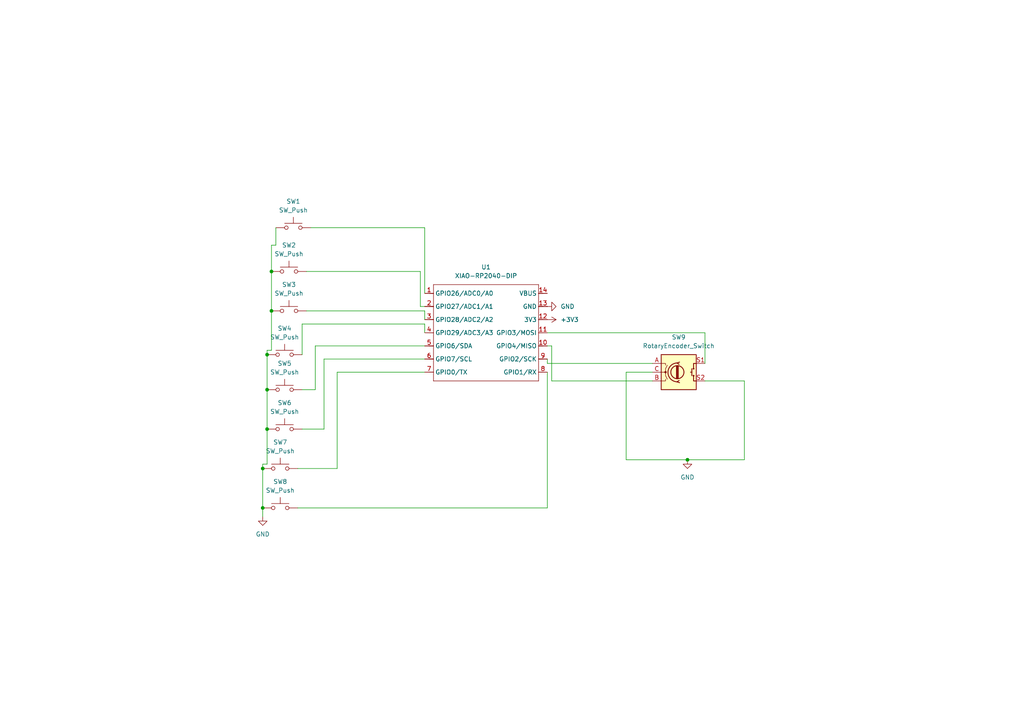
<source format=kicad_sch>
(kicad_sch
	(version 20250114)
	(generator "eeschema")
	(generator_version "9.0")
	(uuid "5bc5f798-3de7-42e2-a4ea-3158a8349c52")
	(paper "A4")
	(lib_symbols
		(symbol "Device:RotaryEncoder_Switch"
			(pin_names
				(offset 0.254)
				(hide yes)
			)
			(exclude_from_sim no)
			(in_bom yes)
			(on_board yes)
			(property "Reference" "SW"
				(at 0 6.604 0)
				(effects
					(font
						(size 1.27 1.27)
					)
				)
			)
			(property "Value" "RotaryEncoder_Switch"
				(at 0 -6.604 0)
				(effects
					(font
						(size 1.27 1.27)
					)
				)
			)
			(property "Footprint" ""
				(at -3.81 4.064 0)
				(effects
					(font
						(size 1.27 1.27)
					)
					(hide yes)
				)
			)
			(property "Datasheet" "~"
				(at 0 6.604 0)
				(effects
					(font
						(size 1.27 1.27)
					)
					(hide yes)
				)
			)
			(property "Description" "Rotary encoder, dual channel, incremental quadrate outputs, with switch"
				(at 0 0 0)
				(effects
					(font
						(size 1.27 1.27)
					)
					(hide yes)
				)
			)
			(property "ki_keywords" "rotary switch encoder switch push button"
				(at 0 0 0)
				(effects
					(font
						(size 1.27 1.27)
					)
					(hide yes)
				)
			)
			(property "ki_fp_filters" "RotaryEncoder*Switch*"
				(at 0 0 0)
				(effects
					(font
						(size 1.27 1.27)
					)
					(hide yes)
				)
			)
			(symbol "RotaryEncoder_Switch_0_1"
				(rectangle
					(start -5.08 5.08)
					(end 5.08 -5.08)
					(stroke
						(width 0.254)
						(type default)
					)
					(fill
						(type background)
					)
				)
				(polyline
					(pts
						(xy -5.08 2.54) (xy -3.81 2.54) (xy -3.81 2.032)
					)
					(stroke
						(width 0)
						(type default)
					)
					(fill
						(type none)
					)
				)
				(polyline
					(pts
						(xy -5.08 0) (xy -3.81 0) (xy -3.81 -1.016) (xy -3.302 -2.032)
					)
					(stroke
						(width 0)
						(type default)
					)
					(fill
						(type none)
					)
				)
				(polyline
					(pts
						(xy -5.08 -2.54) (xy -3.81 -2.54) (xy -3.81 -2.032)
					)
					(stroke
						(width 0)
						(type default)
					)
					(fill
						(type none)
					)
				)
				(polyline
					(pts
						(xy -4.318 0) (xy -3.81 0) (xy -3.81 1.016) (xy -3.302 2.032)
					)
					(stroke
						(width 0)
						(type default)
					)
					(fill
						(type none)
					)
				)
				(circle
					(center -3.81 0)
					(radius 0.254)
					(stroke
						(width 0)
						(type default)
					)
					(fill
						(type outline)
					)
				)
				(polyline
					(pts
						(xy -0.635 -1.778) (xy -0.635 1.778)
					)
					(stroke
						(width 0.254)
						(type default)
					)
					(fill
						(type none)
					)
				)
				(circle
					(center -0.381 0)
					(radius 1.905)
					(stroke
						(width 0.254)
						(type default)
					)
					(fill
						(type none)
					)
				)
				(polyline
					(pts
						(xy -0.381 -1.778) (xy -0.381 1.778)
					)
					(stroke
						(width 0.254)
						(type default)
					)
					(fill
						(type none)
					)
				)
				(arc
					(start -0.381 -2.794)
					(mid -3.0988 -0.0635)
					(end -0.381 2.667)
					(stroke
						(width 0.254)
						(type default)
					)
					(fill
						(type none)
					)
				)
				(polyline
					(pts
						(xy -0.127 1.778) (xy -0.127 -1.778)
					)
					(stroke
						(width 0.254)
						(type default)
					)
					(fill
						(type none)
					)
				)
				(polyline
					(pts
						(xy 0.254 2.921) (xy -0.508 2.667) (xy 0.127 2.286)
					)
					(stroke
						(width 0.254)
						(type default)
					)
					(fill
						(type none)
					)
				)
				(polyline
					(pts
						(xy 0.254 -3.048) (xy -0.508 -2.794) (xy 0.127 -2.413)
					)
					(stroke
						(width 0.254)
						(type default)
					)
					(fill
						(type none)
					)
				)
				(polyline
					(pts
						(xy 3.81 1.016) (xy 3.81 -1.016)
					)
					(stroke
						(width 0.254)
						(type default)
					)
					(fill
						(type none)
					)
				)
				(polyline
					(pts
						(xy 3.81 0) (xy 3.429 0)
					)
					(stroke
						(width 0.254)
						(type default)
					)
					(fill
						(type none)
					)
				)
				(circle
					(center 4.318 1.016)
					(radius 0.127)
					(stroke
						(width 0.254)
						(type default)
					)
					(fill
						(type none)
					)
				)
				(circle
					(center 4.318 -1.016)
					(radius 0.127)
					(stroke
						(width 0.254)
						(type default)
					)
					(fill
						(type none)
					)
				)
				(polyline
					(pts
						(xy 5.08 2.54) (xy 4.318 2.54) (xy 4.318 1.016)
					)
					(stroke
						(width 0.254)
						(type default)
					)
					(fill
						(type none)
					)
				)
				(polyline
					(pts
						(xy 5.08 -2.54) (xy 4.318 -2.54) (xy 4.318 -1.016)
					)
					(stroke
						(width 0.254)
						(type default)
					)
					(fill
						(type none)
					)
				)
			)
			(symbol "RotaryEncoder_Switch_1_1"
				(pin passive line
					(at -7.62 2.54 0)
					(length 2.54)
					(name "A"
						(effects
							(font
								(size 1.27 1.27)
							)
						)
					)
					(number "A"
						(effects
							(font
								(size 1.27 1.27)
							)
						)
					)
				)
				(pin passive line
					(at -7.62 0 0)
					(length 2.54)
					(name "C"
						(effects
							(font
								(size 1.27 1.27)
							)
						)
					)
					(number "C"
						(effects
							(font
								(size 1.27 1.27)
							)
						)
					)
				)
				(pin passive line
					(at -7.62 -2.54 0)
					(length 2.54)
					(name "B"
						(effects
							(font
								(size 1.27 1.27)
							)
						)
					)
					(number "B"
						(effects
							(font
								(size 1.27 1.27)
							)
						)
					)
				)
				(pin passive line
					(at 7.62 2.54 180)
					(length 2.54)
					(name "S1"
						(effects
							(font
								(size 1.27 1.27)
							)
						)
					)
					(number "S1"
						(effects
							(font
								(size 1.27 1.27)
							)
						)
					)
				)
				(pin passive line
					(at 7.62 -2.54 180)
					(length 2.54)
					(name "S2"
						(effects
							(font
								(size 1.27 1.27)
							)
						)
					)
					(number "S2"
						(effects
							(font
								(size 1.27 1.27)
							)
						)
					)
				)
			)
			(embedded_fonts no)
		)
		(symbol "Switch:SW_Push"
			(pin_numbers
				(hide yes)
			)
			(pin_names
				(offset 1.016)
				(hide yes)
			)
			(exclude_from_sim no)
			(in_bom yes)
			(on_board yes)
			(property "Reference" "SW"
				(at 1.27 2.54 0)
				(effects
					(font
						(size 1.27 1.27)
					)
					(justify left)
				)
			)
			(property "Value" "SW_Push"
				(at 0 -1.524 0)
				(effects
					(font
						(size 1.27 1.27)
					)
				)
			)
			(property "Footprint" ""
				(at 0 5.08 0)
				(effects
					(font
						(size 1.27 1.27)
					)
					(hide yes)
				)
			)
			(property "Datasheet" "~"
				(at 0 5.08 0)
				(effects
					(font
						(size 1.27 1.27)
					)
					(hide yes)
				)
			)
			(property "Description" "Push button switch, generic, two pins"
				(at 0 0 0)
				(effects
					(font
						(size 1.27 1.27)
					)
					(hide yes)
				)
			)
			(property "ki_keywords" "switch normally-open pushbutton push-button"
				(at 0 0 0)
				(effects
					(font
						(size 1.27 1.27)
					)
					(hide yes)
				)
			)
			(symbol "SW_Push_0_1"
				(circle
					(center -2.032 0)
					(radius 0.508)
					(stroke
						(width 0)
						(type default)
					)
					(fill
						(type none)
					)
				)
				(polyline
					(pts
						(xy 0 1.27) (xy 0 3.048)
					)
					(stroke
						(width 0)
						(type default)
					)
					(fill
						(type none)
					)
				)
				(circle
					(center 2.032 0)
					(radius 0.508)
					(stroke
						(width 0)
						(type default)
					)
					(fill
						(type none)
					)
				)
				(polyline
					(pts
						(xy 2.54 1.27) (xy -2.54 1.27)
					)
					(stroke
						(width 0)
						(type default)
					)
					(fill
						(type none)
					)
				)
				(pin passive line
					(at -5.08 0 0)
					(length 2.54)
					(name "1"
						(effects
							(font
								(size 1.27 1.27)
							)
						)
					)
					(number "1"
						(effects
							(font
								(size 1.27 1.27)
							)
						)
					)
				)
				(pin passive line
					(at 5.08 0 180)
					(length 2.54)
					(name "2"
						(effects
							(font
								(size 1.27 1.27)
							)
						)
					)
					(number "2"
						(effects
							(font
								(size 1.27 1.27)
							)
						)
					)
				)
			)
			(embedded_fonts no)
		)
		(symbol "XIAO:XIAO-RP2040-DIP"
			(exclude_from_sim no)
			(in_bom yes)
			(on_board yes)
			(property "Reference" "U"
				(at 0 0 0)
				(effects
					(font
						(size 1.27 1.27)
					)
				)
			)
			(property "Value" "XIAO-RP2040-DIP"
				(at 5.334 -1.778 0)
				(effects
					(font
						(size 1.27 1.27)
					)
				)
			)
			(property "Footprint" "Module:MOUDLE14P-XIAO-DIP-SMD"
				(at 14.478 -32.258 0)
				(effects
					(font
						(size 1.27 1.27)
					)
					(hide yes)
				)
			)
			(property "Datasheet" ""
				(at 0 0 0)
				(effects
					(font
						(size 1.27 1.27)
					)
					(hide yes)
				)
			)
			(property "Description" ""
				(at 0 0 0)
				(effects
					(font
						(size 1.27 1.27)
					)
					(hide yes)
				)
			)
			(symbol "XIAO-RP2040-DIP_1_0"
				(polyline
					(pts
						(xy -1.27 -2.54) (xy 29.21 -2.54)
					)
					(stroke
						(width 0.1524)
						(type solid)
					)
					(fill
						(type none)
					)
				)
				(polyline
					(pts
						(xy -1.27 -5.08) (xy -2.54 -5.08)
					)
					(stroke
						(width 0.1524)
						(type solid)
					)
					(fill
						(type none)
					)
				)
				(polyline
					(pts
						(xy -1.27 -5.08) (xy -1.27 -2.54)
					)
					(stroke
						(width 0.1524)
						(type solid)
					)
					(fill
						(type none)
					)
				)
				(polyline
					(pts
						(xy -1.27 -8.89) (xy -2.54 -8.89)
					)
					(stroke
						(width 0.1524)
						(type solid)
					)
					(fill
						(type none)
					)
				)
				(polyline
					(pts
						(xy -1.27 -8.89) (xy -1.27 -5.08)
					)
					(stroke
						(width 0.1524)
						(type solid)
					)
					(fill
						(type none)
					)
				)
				(polyline
					(pts
						(xy -1.27 -12.7) (xy -2.54 -12.7)
					)
					(stroke
						(width 0.1524)
						(type solid)
					)
					(fill
						(type none)
					)
				)
				(polyline
					(pts
						(xy -1.27 -12.7) (xy -1.27 -8.89)
					)
					(stroke
						(width 0.1524)
						(type solid)
					)
					(fill
						(type none)
					)
				)
				(polyline
					(pts
						(xy -1.27 -16.51) (xy -2.54 -16.51)
					)
					(stroke
						(width 0.1524)
						(type solid)
					)
					(fill
						(type none)
					)
				)
				(polyline
					(pts
						(xy -1.27 -16.51) (xy -1.27 -12.7)
					)
					(stroke
						(width 0.1524)
						(type solid)
					)
					(fill
						(type none)
					)
				)
				(polyline
					(pts
						(xy -1.27 -20.32) (xy -2.54 -20.32)
					)
					(stroke
						(width 0.1524)
						(type solid)
					)
					(fill
						(type none)
					)
				)
				(polyline
					(pts
						(xy -1.27 -24.13) (xy -2.54 -24.13)
					)
					(stroke
						(width 0.1524)
						(type solid)
					)
					(fill
						(type none)
					)
				)
				(polyline
					(pts
						(xy -1.27 -27.94) (xy -2.54 -27.94)
					)
					(stroke
						(width 0.1524)
						(type solid)
					)
					(fill
						(type none)
					)
				)
				(polyline
					(pts
						(xy -1.27 -30.48) (xy -1.27 -16.51)
					)
					(stroke
						(width 0.1524)
						(type solid)
					)
					(fill
						(type none)
					)
				)
				(polyline
					(pts
						(xy 29.21 -2.54) (xy 29.21 -5.08)
					)
					(stroke
						(width 0.1524)
						(type solid)
					)
					(fill
						(type none)
					)
				)
				(polyline
					(pts
						(xy 29.21 -5.08) (xy 29.21 -8.89)
					)
					(stroke
						(width 0.1524)
						(type solid)
					)
					(fill
						(type none)
					)
				)
				(polyline
					(pts
						(xy 29.21 -8.89) (xy 29.21 -12.7)
					)
					(stroke
						(width 0.1524)
						(type solid)
					)
					(fill
						(type none)
					)
				)
				(polyline
					(pts
						(xy 29.21 -12.7) (xy 29.21 -30.48)
					)
					(stroke
						(width 0.1524)
						(type solid)
					)
					(fill
						(type none)
					)
				)
				(polyline
					(pts
						(xy 29.21 -30.48) (xy -1.27 -30.48)
					)
					(stroke
						(width 0.1524)
						(type solid)
					)
					(fill
						(type none)
					)
				)
				(polyline
					(pts
						(xy 30.48 -5.08) (xy 29.21 -5.08)
					)
					(stroke
						(width 0.1524)
						(type solid)
					)
					(fill
						(type none)
					)
				)
				(polyline
					(pts
						(xy 30.48 -8.89) (xy 29.21 -8.89)
					)
					(stroke
						(width 0.1524)
						(type solid)
					)
					(fill
						(type none)
					)
				)
				(polyline
					(pts
						(xy 30.48 -12.7) (xy 29.21 -12.7)
					)
					(stroke
						(width 0.1524)
						(type solid)
					)
					(fill
						(type none)
					)
				)
				(polyline
					(pts
						(xy 30.48 -16.51) (xy 29.21 -16.51)
					)
					(stroke
						(width 0.1524)
						(type solid)
					)
					(fill
						(type none)
					)
				)
				(polyline
					(pts
						(xy 30.48 -20.32) (xy 29.21 -20.32)
					)
					(stroke
						(width 0.1524)
						(type solid)
					)
					(fill
						(type none)
					)
				)
				(polyline
					(pts
						(xy 30.48 -24.13) (xy 29.21 -24.13)
					)
					(stroke
						(width 0.1524)
						(type solid)
					)
					(fill
						(type none)
					)
				)
				(polyline
					(pts
						(xy 30.48 -27.94) (xy 29.21 -27.94)
					)
					(stroke
						(width 0.1524)
						(type solid)
					)
					(fill
						(type none)
					)
				)
				(pin passive line
					(at -3.81 -5.08 0)
					(length 2.54)
					(name "GPIO26/ADC0/A0"
						(effects
							(font
								(size 1.27 1.27)
							)
						)
					)
					(number "1"
						(effects
							(font
								(size 1.27 1.27)
							)
						)
					)
				)
				(pin passive line
					(at -3.81 -8.89 0)
					(length 2.54)
					(name "GPIO27/ADC1/A1"
						(effects
							(font
								(size 1.27 1.27)
							)
						)
					)
					(number "2"
						(effects
							(font
								(size 1.27 1.27)
							)
						)
					)
				)
				(pin passive line
					(at -3.81 -12.7 0)
					(length 2.54)
					(name "GPIO28/ADC2/A2"
						(effects
							(font
								(size 1.27 1.27)
							)
						)
					)
					(number "3"
						(effects
							(font
								(size 1.27 1.27)
							)
						)
					)
				)
				(pin passive line
					(at -3.81 -16.51 0)
					(length 2.54)
					(name "GPIO29/ADC3/A3"
						(effects
							(font
								(size 1.27 1.27)
							)
						)
					)
					(number "4"
						(effects
							(font
								(size 1.27 1.27)
							)
						)
					)
				)
				(pin passive line
					(at -3.81 -20.32 0)
					(length 2.54)
					(name "GPIO6/SDA"
						(effects
							(font
								(size 1.27 1.27)
							)
						)
					)
					(number "5"
						(effects
							(font
								(size 1.27 1.27)
							)
						)
					)
				)
				(pin passive line
					(at -3.81 -24.13 0)
					(length 2.54)
					(name "GPIO7/SCL"
						(effects
							(font
								(size 1.27 1.27)
							)
						)
					)
					(number "6"
						(effects
							(font
								(size 1.27 1.27)
							)
						)
					)
				)
				(pin passive line
					(at -3.81 -27.94 0)
					(length 2.54)
					(name "GPIO0/TX"
						(effects
							(font
								(size 1.27 1.27)
							)
						)
					)
					(number "7"
						(effects
							(font
								(size 1.27 1.27)
							)
						)
					)
				)
				(pin passive line
					(at 31.75 -5.08 180)
					(length 2.54)
					(name "VBUS"
						(effects
							(font
								(size 1.27 1.27)
							)
						)
					)
					(number "14"
						(effects
							(font
								(size 1.27 1.27)
							)
						)
					)
				)
				(pin passive line
					(at 31.75 -8.89 180)
					(length 2.54)
					(name "GND"
						(effects
							(font
								(size 1.27 1.27)
							)
						)
					)
					(number "13"
						(effects
							(font
								(size 1.27 1.27)
							)
						)
					)
				)
				(pin passive line
					(at 31.75 -12.7 180)
					(length 2.54)
					(name "3V3"
						(effects
							(font
								(size 1.27 1.27)
							)
						)
					)
					(number "12"
						(effects
							(font
								(size 1.27 1.27)
							)
						)
					)
				)
				(pin passive line
					(at 31.75 -16.51 180)
					(length 2.54)
					(name "GPIO3/MOSI"
						(effects
							(font
								(size 1.27 1.27)
							)
						)
					)
					(number "11"
						(effects
							(font
								(size 1.27 1.27)
							)
						)
					)
				)
				(pin passive line
					(at 31.75 -20.32 180)
					(length 2.54)
					(name "GPIO4/MISO"
						(effects
							(font
								(size 1.27 1.27)
							)
						)
					)
					(number "10"
						(effects
							(font
								(size 1.27 1.27)
							)
						)
					)
				)
				(pin passive line
					(at 31.75 -24.13 180)
					(length 2.54)
					(name "GPIO2/SCK"
						(effects
							(font
								(size 1.27 1.27)
							)
						)
					)
					(number "9"
						(effects
							(font
								(size 1.27 1.27)
							)
						)
					)
				)
				(pin passive line
					(at 31.75 -27.94 180)
					(length 2.54)
					(name "GPIO1/RX"
						(effects
							(font
								(size 1.27 1.27)
							)
						)
					)
					(number "8"
						(effects
							(font
								(size 1.27 1.27)
							)
						)
					)
				)
			)
			(embedded_fonts no)
		)
		(symbol "power:+3V3"
			(power)
			(pin_numbers
				(hide yes)
			)
			(pin_names
				(offset 0)
				(hide yes)
			)
			(exclude_from_sim no)
			(in_bom yes)
			(on_board yes)
			(property "Reference" "#PWR"
				(at 0 -3.81 0)
				(effects
					(font
						(size 1.27 1.27)
					)
					(hide yes)
				)
			)
			(property "Value" "+3V3"
				(at 0 3.556 0)
				(effects
					(font
						(size 1.27 1.27)
					)
				)
			)
			(property "Footprint" ""
				(at 0 0 0)
				(effects
					(font
						(size 1.27 1.27)
					)
					(hide yes)
				)
			)
			(property "Datasheet" ""
				(at 0 0 0)
				(effects
					(font
						(size 1.27 1.27)
					)
					(hide yes)
				)
			)
			(property "Description" "Power symbol creates a global label with name \"+3V3\""
				(at 0 0 0)
				(effects
					(font
						(size 1.27 1.27)
					)
					(hide yes)
				)
			)
			(property "ki_keywords" "global power"
				(at 0 0 0)
				(effects
					(font
						(size 1.27 1.27)
					)
					(hide yes)
				)
			)
			(symbol "+3V3_0_1"
				(polyline
					(pts
						(xy -0.762 1.27) (xy 0 2.54)
					)
					(stroke
						(width 0)
						(type default)
					)
					(fill
						(type none)
					)
				)
				(polyline
					(pts
						(xy 0 2.54) (xy 0.762 1.27)
					)
					(stroke
						(width 0)
						(type default)
					)
					(fill
						(type none)
					)
				)
				(polyline
					(pts
						(xy 0 0) (xy 0 2.54)
					)
					(stroke
						(width 0)
						(type default)
					)
					(fill
						(type none)
					)
				)
			)
			(symbol "+3V3_1_1"
				(pin power_in line
					(at 0 0 90)
					(length 0)
					(name "~"
						(effects
							(font
								(size 1.27 1.27)
							)
						)
					)
					(number "1"
						(effects
							(font
								(size 1.27 1.27)
							)
						)
					)
				)
			)
			(embedded_fonts no)
		)
		(symbol "power:GND"
			(power)
			(pin_numbers
				(hide yes)
			)
			(pin_names
				(offset 0)
				(hide yes)
			)
			(exclude_from_sim no)
			(in_bom yes)
			(on_board yes)
			(property "Reference" "#PWR"
				(at 0 -6.35 0)
				(effects
					(font
						(size 1.27 1.27)
					)
					(hide yes)
				)
			)
			(property "Value" "GND"
				(at 0 -3.81 0)
				(effects
					(font
						(size 1.27 1.27)
					)
				)
			)
			(property "Footprint" ""
				(at 0 0 0)
				(effects
					(font
						(size 1.27 1.27)
					)
					(hide yes)
				)
			)
			(property "Datasheet" ""
				(at 0 0 0)
				(effects
					(font
						(size 1.27 1.27)
					)
					(hide yes)
				)
			)
			(property "Description" "Power symbol creates a global label with name \"GND\" , ground"
				(at 0 0 0)
				(effects
					(font
						(size 1.27 1.27)
					)
					(hide yes)
				)
			)
			(property "ki_keywords" "global power"
				(at 0 0 0)
				(effects
					(font
						(size 1.27 1.27)
					)
					(hide yes)
				)
			)
			(symbol "GND_0_1"
				(polyline
					(pts
						(xy 0 0) (xy 0 -1.27) (xy 1.27 -1.27) (xy 0 -2.54) (xy -1.27 -1.27) (xy 0 -1.27)
					)
					(stroke
						(width 0)
						(type default)
					)
					(fill
						(type none)
					)
				)
			)
			(symbol "GND_1_1"
				(pin power_in line
					(at 0 0 270)
					(length 0)
					(name "~"
						(effects
							(font
								(size 1.27 1.27)
							)
						)
					)
					(number "1"
						(effects
							(font
								(size 1.27 1.27)
							)
						)
					)
				)
			)
			(embedded_fonts no)
		)
	)
	(junction
		(at 76.2 135.89)
		(diameter 0)
		(color 0 0 0 0)
		(uuid "007320fa-3486-4936-8059-36459e87f16d")
	)
	(junction
		(at 77.47 124.46)
		(diameter 0)
		(color 0 0 0 0)
		(uuid "423e29ce-b95e-4ef0-9c0a-b81a942a8e0d")
	)
	(junction
		(at 77.47 102.87)
		(diameter 0)
		(color 0 0 0 0)
		(uuid "6806b093-455b-40c9-a2aa-12974f5d6628")
	)
	(junction
		(at 76.2 147.32)
		(diameter 0)
		(color 0 0 0 0)
		(uuid "72bed658-c316-4d7f-8baa-669be91e439d")
	)
	(junction
		(at 78.74 90.17)
		(diameter 0)
		(color 0 0 0 0)
		(uuid "8fd58f9c-de9e-42e4-8ac5-834d7c5b604f")
	)
	(junction
		(at 78.74 78.74)
		(diameter 0)
		(color 0 0 0 0)
		(uuid "b1b25613-efb3-481e-8458-5fb1c28e80e4")
	)
	(junction
		(at 77.47 113.03)
		(diameter 0)
		(color 0 0 0 0)
		(uuid "c19962af-75bc-46ed-8126-a9bbf14ed96f")
	)
	(junction
		(at 199.39 133.35)
		(diameter 0)
		(color 0 0 0 0)
		(uuid "ed7bd3a1-e230-447f-b09e-9165a0b36d56")
	)
	(wire
		(pts
			(xy 158.75 147.32) (xy 158.75 107.95)
		)
		(stroke
			(width 0)
			(type default)
		)
		(uuid "0443b77a-53a3-4da3-91ee-618b8fd9f3bd")
	)
	(wire
		(pts
			(xy 87.63 102.87) (xy 87.63 93.98)
		)
		(stroke
			(width 0)
			(type default)
		)
		(uuid "0513b400-3122-499e-97a7-4a343a84d089")
	)
	(wire
		(pts
			(xy 78.74 101.6) (xy 77.47 101.6)
		)
		(stroke
			(width 0)
			(type default)
		)
		(uuid "0637f425-f4ea-4d90-9cba-d4018d38ac7c")
	)
	(wire
		(pts
			(xy 160.02 100.33) (xy 158.75 100.33)
		)
		(stroke
			(width 0)
			(type default)
		)
		(uuid "06d162f3-ebf1-406e-a2bf-86dbd856d3e5")
	)
	(wire
		(pts
			(xy 215.9 110.49) (xy 204.47 110.49)
		)
		(stroke
			(width 0)
			(type default)
		)
		(uuid "0b24f178-6933-4b40-97a0-e7f34685d62b")
	)
	(wire
		(pts
			(xy 199.39 133.35) (xy 215.9 133.35)
		)
		(stroke
			(width 0)
			(type default)
		)
		(uuid "131f5ec3-7ac9-436d-8bbd-051e4aa155e9")
	)
	(wire
		(pts
			(xy 87.63 113.03) (xy 91.44 113.03)
		)
		(stroke
			(width 0)
			(type default)
		)
		(uuid "14fb8a68-12d2-4438-8f24-aa8e9b938460")
	)
	(wire
		(pts
			(xy 86.36 135.89) (xy 97.79 135.89)
		)
		(stroke
			(width 0)
			(type default)
		)
		(uuid "1979dc6d-e1ae-473d-96f7-5c89f92d3d13")
	)
	(wire
		(pts
			(xy 76.2 135.89) (xy 76.2 147.32)
		)
		(stroke
			(width 0)
			(type default)
		)
		(uuid "263ab495-17ff-46d7-bb2b-ffd2179550fd")
	)
	(wire
		(pts
			(xy 189.23 107.95) (xy 181.61 107.95)
		)
		(stroke
			(width 0)
			(type default)
		)
		(uuid "265955ba-3fcf-4066-b487-1902f7ae55bf")
	)
	(wire
		(pts
			(xy 88.9 78.74) (xy 121.92 78.74)
		)
		(stroke
			(width 0)
			(type default)
		)
		(uuid "37e65429-a983-49e3-ae14-228239971860")
	)
	(wire
		(pts
			(xy 80.01 66.04) (xy 80.01 71.12)
		)
		(stroke
			(width 0)
			(type default)
		)
		(uuid "3d890431-930f-418e-9dbf-1fc9098f311d")
	)
	(wire
		(pts
			(xy 76.2 147.32) (xy 76.2 149.86)
		)
		(stroke
			(width 0)
			(type default)
		)
		(uuid "43003b19-0907-43b7-9a73-39f28b09fedf")
	)
	(wire
		(pts
			(xy 77.47 113.03) (xy 77.47 124.46)
		)
		(stroke
			(width 0)
			(type default)
		)
		(uuid "446441a0-b242-4c1e-a88f-a247231eb66d")
	)
	(wire
		(pts
			(xy 123.19 93.98) (xy 123.19 96.52)
		)
		(stroke
			(width 0)
			(type default)
		)
		(uuid "50a25a69-ce3e-4f95-9787-ab61aac5fa51")
	)
	(wire
		(pts
			(xy 121.92 88.9) (xy 123.19 88.9)
		)
		(stroke
			(width 0)
			(type default)
		)
		(uuid "5e203847-42a5-47db-9024-dc30ab0c54a3")
	)
	(wire
		(pts
			(xy 160.02 110.49) (xy 160.02 100.33)
		)
		(stroke
			(width 0)
			(type default)
		)
		(uuid "60456869-ef69-4f22-90a2-527562c7b9ca")
	)
	(wire
		(pts
			(xy 91.44 100.33) (xy 123.19 100.33)
		)
		(stroke
			(width 0)
			(type default)
		)
		(uuid "62f1eff4-702a-4470-8d1f-55a70b250c00")
	)
	(wire
		(pts
			(xy 123.19 66.04) (xy 123.19 85.09)
		)
		(stroke
			(width 0)
			(type default)
		)
		(uuid "63b1b535-8fd2-4b99-a957-e13e98639f2a")
	)
	(wire
		(pts
			(xy 76.2 134.62) (xy 76.2 135.89)
		)
		(stroke
			(width 0)
			(type default)
		)
		(uuid "65f13852-3a49-4b10-a86b-5f6662a4d63c")
	)
	(wire
		(pts
			(xy 77.47 102.87) (xy 77.47 113.03)
		)
		(stroke
			(width 0)
			(type default)
		)
		(uuid "6d32eb61-c446-4f8f-82d7-067402452a30")
	)
	(wire
		(pts
			(xy 97.79 135.89) (xy 97.79 107.95)
		)
		(stroke
			(width 0)
			(type default)
		)
		(uuid "7afcb07b-40c5-4312-a20a-b412e5cb017f")
	)
	(wire
		(pts
			(xy 90.17 66.04) (xy 123.19 66.04)
		)
		(stroke
			(width 0)
			(type default)
		)
		(uuid "7d18b086-d90a-44c0-b635-6e7e9c1e0a19")
	)
	(wire
		(pts
			(xy 204.47 96.52) (xy 158.75 96.52)
		)
		(stroke
			(width 0)
			(type default)
		)
		(uuid "7ef54a2a-ed76-40dc-827f-83e04985fcd9")
	)
	(wire
		(pts
			(xy 87.63 124.46) (xy 93.98 124.46)
		)
		(stroke
			(width 0)
			(type default)
		)
		(uuid "8e3ebf7d-5abd-4867-a9aa-d2ed74223b01")
	)
	(wire
		(pts
			(xy 215.9 133.35) (xy 215.9 110.49)
		)
		(stroke
			(width 0)
			(type default)
		)
		(uuid "90c8e4b8-b221-47ac-822d-75d08be0a2f1")
	)
	(wire
		(pts
			(xy 93.98 124.46) (xy 93.98 104.14)
		)
		(stroke
			(width 0)
			(type default)
		)
		(uuid "93319f97-68d4-495b-bcc3-19f31c7246fd")
	)
	(wire
		(pts
			(xy 189.23 105.41) (xy 158.75 105.41)
		)
		(stroke
			(width 0)
			(type default)
		)
		(uuid "93a4aeb4-4acb-461a-ab34-fd1a583d7521")
	)
	(wire
		(pts
			(xy 181.61 133.35) (xy 199.39 133.35)
		)
		(stroke
			(width 0)
			(type default)
		)
		(uuid "9a3e9705-4372-4a11-861f-11236c44c55a")
	)
	(wire
		(pts
			(xy 78.74 71.12) (xy 78.74 78.74)
		)
		(stroke
			(width 0)
			(type default)
		)
		(uuid "9b382632-b866-4f79-9d9f-9cb301fbc455")
	)
	(wire
		(pts
			(xy 77.47 134.62) (xy 76.2 134.62)
		)
		(stroke
			(width 0)
			(type default)
		)
		(uuid "9c4f8088-b78b-4112-9b85-7aee371dbdd0")
	)
	(wire
		(pts
			(xy 91.44 113.03) (xy 91.44 100.33)
		)
		(stroke
			(width 0)
			(type default)
		)
		(uuid "a0cd783a-0383-43c3-9b9c-02dc7238ee28")
	)
	(wire
		(pts
			(xy 80.01 71.12) (xy 78.74 71.12)
		)
		(stroke
			(width 0)
			(type default)
		)
		(uuid "a2078d77-a597-4e91-af87-15f18efb2edd")
	)
	(wire
		(pts
			(xy 87.63 93.98) (xy 123.19 93.98)
		)
		(stroke
			(width 0)
			(type default)
		)
		(uuid "a2331ac5-4d5f-4565-a328-df6c103caa31")
	)
	(wire
		(pts
			(xy 86.36 147.32) (xy 158.75 147.32)
		)
		(stroke
			(width 0)
			(type default)
		)
		(uuid "a2b660ea-a403-4c0f-9975-40bf8270283e")
	)
	(wire
		(pts
			(xy 77.47 101.6) (xy 77.47 102.87)
		)
		(stroke
			(width 0)
			(type default)
		)
		(uuid "b5681a47-ae90-4ee5-b711-59266f1dcd56")
	)
	(wire
		(pts
			(xy 158.75 105.41) (xy 158.75 104.14)
		)
		(stroke
			(width 0)
			(type default)
		)
		(uuid "b82dab99-aa4c-42d7-9efa-fd1e19d7014a")
	)
	(wire
		(pts
			(xy 189.23 110.49) (xy 160.02 110.49)
		)
		(stroke
			(width 0)
			(type default)
		)
		(uuid "ba476042-1c67-4d0c-8fe2-cb6b5fdca0ff")
	)
	(wire
		(pts
			(xy 78.74 90.17) (xy 78.74 101.6)
		)
		(stroke
			(width 0)
			(type default)
		)
		(uuid "c8a6e27a-f579-4d75-a7f7-1b6661a6086c")
	)
	(wire
		(pts
			(xy 123.19 90.17) (xy 123.19 92.71)
		)
		(stroke
			(width 0)
			(type default)
		)
		(uuid "d6272e21-9d77-496a-b999-6a76f767bacc")
	)
	(wire
		(pts
			(xy 181.61 107.95) (xy 181.61 133.35)
		)
		(stroke
			(width 0)
			(type default)
		)
		(uuid "d6aa530d-374c-43f9-be5c-f5ec82240d93")
	)
	(wire
		(pts
			(xy 97.79 107.95) (xy 123.19 107.95)
		)
		(stroke
			(width 0)
			(type default)
		)
		(uuid "de91366e-b889-4dfb-a3a7-e3c800b5372a")
	)
	(wire
		(pts
			(xy 78.74 78.74) (xy 78.74 90.17)
		)
		(stroke
			(width 0)
			(type default)
		)
		(uuid "df920a66-10cf-4a0a-9d99-3edd04633101")
	)
	(wire
		(pts
			(xy 121.92 78.74) (xy 121.92 88.9)
		)
		(stroke
			(width 0)
			(type default)
		)
		(uuid "e0141870-da86-4f7d-ae66-8c5565bb6713")
	)
	(wire
		(pts
			(xy 88.9 90.17) (xy 123.19 90.17)
		)
		(stroke
			(width 0)
			(type default)
		)
		(uuid "e2afbd9f-1e49-4648-9bc2-d256da876dae")
	)
	(wire
		(pts
			(xy 93.98 104.14) (xy 123.19 104.14)
		)
		(stroke
			(width 0)
			(type default)
		)
		(uuid "f1ab7c3e-0f36-4c9d-8ba9-ac55e34a9c71")
	)
	(wire
		(pts
			(xy 77.47 124.46) (xy 77.47 134.62)
		)
		(stroke
			(width 0)
			(type default)
		)
		(uuid "f8e7ee57-71ea-4e83-8e55-71004acf29cd")
	)
	(wire
		(pts
			(xy 204.47 105.41) (xy 204.47 96.52)
		)
		(stroke
			(width 0)
			(type default)
		)
		(uuid "fcff0af2-a3c3-492a-b982-ebfeee5c1ae7")
	)
	(symbol
		(lib_id "Switch:SW_Push")
		(at 82.55 102.87 0)
		(unit 1)
		(exclude_from_sim no)
		(in_bom yes)
		(on_board yes)
		(dnp no)
		(fields_autoplaced yes)
		(uuid "174e01e5-ab3c-434c-8062-6b3e5e40e823")
		(property "Reference" "SW4"
			(at 82.55 95.25 0)
			(effects
				(font
					(size 1.27 1.27)
				)
			)
		)
		(property "Value" "SW_Push"
			(at 82.55 97.79 0)
			(effects
				(font
					(size 1.27 1.27)
				)
			)
		)
		(property "Footprint" "Button_Switch_Keyboard:SW_Cherry_MX_1.00u_PCB"
			(at 82.55 97.79 0)
			(effects
				(font
					(size 1.27 1.27)
				)
				(hide yes)
			)
		)
		(property "Datasheet" "~"
			(at 82.55 97.79 0)
			(effects
				(font
					(size 1.27 1.27)
				)
				(hide yes)
			)
		)
		(property "Description" "Push button switch, generic, two pins"
			(at 82.55 102.87 0)
			(effects
				(font
					(size 1.27 1.27)
				)
				(hide yes)
			)
		)
		(pin "1"
			(uuid "adb8a20d-01eb-4263-8d99-df77745696b4")
		)
		(pin "2"
			(uuid "390aadef-ba0c-4f22-a0c0-b7492063435c")
		)
		(instances
			(project "PenguinHackpad"
				(path "/5bc5f798-3de7-42e2-a4ea-3158a8349c52"
					(reference "SW4")
					(unit 1)
				)
			)
		)
	)
	(symbol
		(lib_id "power:+3V3")
		(at 158.75 92.71 270)
		(unit 1)
		(exclude_from_sim no)
		(in_bom yes)
		(on_board yes)
		(dnp no)
		(fields_autoplaced yes)
		(uuid "18438ea1-1381-4ed7-8e39-3821a8685632")
		(property "Reference" "#PWR04"
			(at 154.94 92.71 0)
			(effects
				(font
					(size 1.27 1.27)
				)
				(hide yes)
			)
		)
		(property "Value" "+3V3"
			(at 162.56 92.7099 90)
			(effects
				(font
					(size 1.27 1.27)
				)
				(justify left)
			)
		)
		(property "Footprint" ""
			(at 158.75 92.71 0)
			(effects
				(font
					(size 1.27 1.27)
				)
				(hide yes)
			)
		)
		(property "Datasheet" ""
			(at 158.75 92.71 0)
			(effects
				(font
					(size 1.27 1.27)
				)
				(hide yes)
			)
		)
		(property "Description" "Power symbol creates a global label with name \"+3V3\""
			(at 158.75 92.71 0)
			(effects
				(font
					(size 1.27 1.27)
				)
				(hide yes)
			)
		)
		(pin "1"
			(uuid "98c960b2-4ec7-4616-afd6-fb0920d0a554")
		)
		(instances
			(project ""
				(path "/5bc5f798-3de7-42e2-a4ea-3158a8349c52"
					(reference "#PWR04")
					(unit 1)
				)
			)
		)
	)
	(symbol
		(lib_id "Switch:SW_Push")
		(at 83.82 90.17 0)
		(unit 1)
		(exclude_from_sim no)
		(in_bom yes)
		(on_board yes)
		(dnp no)
		(fields_autoplaced yes)
		(uuid "186a2111-20bd-4daa-b67a-dd82af669a9c")
		(property "Reference" "SW3"
			(at 83.82 82.55 0)
			(effects
				(font
					(size 1.27 1.27)
				)
			)
		)
		(property "Value" "SW_Push"
			(at 83.82 85.09 0)
			(effects
				(font
					(size 1.27 1.27)
				)
			)
		)
		(property "Footprint" "Button_Switch_Keyboard:SW_Cherry_MX_1.00u_PCB"
			(at 83.82 85.09 0)
			(effects
				(font
					(size 1.27 1.27)
				)
				(hide yes)
			)
		)
		(property "Datasheet" "~"
			(at 83.82 85.09 0)
			(effects
				(font
					(size 1.27 1.27)
				)
				(hide yes)
			)
		)
		(property "Description" "Push button switch, generic, two pins"
			(at 83.82 90.17 0)
			(effects
				(font
					(size 1.27 1.27)
				)
				(hide yes)
			)
		)
		(pin "1"
			(uuid "7aec9cbd-c561-4d5f-ab5b-fad3d44976b2")
		)
		(pin "2"
			(uuid "ad3c8976-e60f-4491-827a-f93e4b9b55c6")
		)
		(instances
			(project "PenguinHackpad"
				(path "/5bc5f798-3de7-42e2-a4ea-3158a8349c52"
					(reference "SW3")
					(unit 1)
				)
			)
		)
	)
	(symbol
		(lib_id "Device:RotaryEncoder_Switch")
		(at 196.85 107.95 0)
		(unit 1)
		(exclude_from_sim no)
		(in_bom yes)
		(on_board yes)
		(dnp no)
		(fields_autoplaced yes)
		(uuid "3c56ac59-70ee-4cee-94ae-754774fcac28")
		(property "Reference" "SW9"
			(at 196.85 97.79 0)
			(effects
				(font
					(size 1.27 1.27)
				)
			)
		)
		(property "Value" "RotaryEncoder_Switch"
			(at 196.85 100.33 0)
			(effects
				(font
					(size 1.27 1.27)
				)
			)
		)
		(property "Footprint" "Rotary_Encoder:RotaryEncoder_Alps_EC11E-Switch_Vertical_H20mm"
			(at 193.04 103.886 0)
			(effects
				(font
					(size 1.27 1.27)
				)
				(hide yes)
			)
		)
		(property "Datasheet" "~"
			(at 196.85 101.346 0)
			(effects
				(font
					(size 1.27 1.27)
				)
				(hide yes)
			)
		)
		(property "Description" "Rotary encoder, dual channel, incremental quadrate outputs, with switch"
			(at 196.85 107.95 0)
			(effects
				(font
					(size 1.27 1.27)
				)
				(hide yes)
			)
		)
		(pin "A"
			(uuid "3923dde0-1e3b-4e36-b028-d2baed1d9e49")
		)
		(pin "S2"
			(uuid "eebe3325-a789-4827-be18-25b0ca7e6d92")
		)
		(pin "C"
			(uuid "d7e60d3e-4bab-4395-9836-f93e68db424a")
		)
		(pin "B"
			(uuid "dd987c77-3a84-48a5-924d-438be670affd")
		)
		(pin "S1"
			(uuid "8dd686ad-e4f7-4dda-94ed-9b0a183bed54")
		)
		(instances
			(project ""
				(path "/5bc5f798-3de7-42e2-a4ea-3158a8349c52"
					(reference "SW9")
					(unit 1)
				)
			)
		)
	)
	(symbol
		(lib_id "power:GND")
		(at 76.2 149.86 0)
		(unit 1)
		(exclude_from_sim no)
		(in_bom yes)
		(on_board yes)
		(dnp no)
		(fields_autoplaced yes)
		(uuid "77a314f1-a43c-4d9a-bf55-077b5c960489")
		(property "Reference" "#PWR02"
			(at 76.2 156.21 0)
			(effects
				(font
					(size 1.27 1.27)
				)
				(hide yes)
			)
		)
		(property "Value" "GND"
			(at 76.2 154.94 0)
			(effects
				(font
					(size 1.27 1.27)
				)
			)
		)
		(property "Footprint" ""
			(at 76.2 149.86 0)
			(effects
				(font
					(size 1.27 1.27)
				)
				(hide yes)
			)
		)
		(property "Datasheet" ""
			(at 76.2 149.86 0)
			(effects
				(font
					(size 1.27 1.27)
				)
				(hide yes)
			)
		)
		(property "Description" "Power symbol creates a global label with name \"GND\" , ground"
			(at 76.2 149.86 0)
			(effects
				(font
					(size 1.27 1.27)
				)
				(hide yes)
			)
		)
		(pin "1"
			(uuid "e2cc51e6-cde1-48f1-b098-b4bbcc2078c5")
		)
		(instances
			(project "PenguinHackpad"
				(path "/5bc5f798-3de7-42e2-a4ea-3158a8349c52"
					(reference "#PWR02")
					(unit 1)
				)
			)
		)
	)
	(symbol
		(lib_id "Switch:SW_Push")
		(at 82.55 124.46 0)
		(unit 1)
		(exclude_from_sim no)
		(in_bom yes)
		(on_board yes)
		(dnp no)
		(fields_autoplaced yes)
		(uuid "79b5eccf-a498-48e1-96fb-77af530d61a2")
		(property "Reference" "SW6"
			(at 82.55 116.84 0)
			(effects
				(font
					(size 1.27 1.27)
				)
			)
		)
		(property "Value" "SW_Push"
			(at 82.55 119.38 0)
			(effects
				(font
					(size 1.27 1.27)
				)
			)
		)
		(property "Footprint" "Button_Switch_Keyboard:SW_Cherry_MX_1.00u_PCB"
			(at 82.55 119.38 0)
			(effects
				(font
					(size 1.27 1.27)
				)
				(hide yes)
			)
		)
		(property "Datasheet" "~"
			(at 82.55 119.38 0)
			(effects
				(font
					(size 1.27 1.27)
				)
				(hide yes)
			)
		)
		(property "Description" "Push button switch, generic, two pins"
			(at 82.55 124.46 0)
			(effects
				(font
					(size 1.27 1.27)
				)
				(hide yes)
			)
		)
		(pin "1"
			(uuid "41fde784-65c0-4e5f-9bc9-e9504ede20eb")
		)
		(pin "2"
			(uuid "6551ed7c-55cb-4e0c-8e00-0607ae4d2fc8")
		)
		(instances
			(project "PenguinHackpad"
				(path "/5bc5f798-3de7-42e2-a4ea-3158a8349c52"
					(reference "SW6")
					(unit 1)
				)
			)
		)
	)
	(symbol
		(lib_id "Switch:SW_Push")
		(at 83.82 78.74 0)
		(unit 1)
		(exclude_from_sim no)
		(in_bom yes)
		(on_board yes)
		(dnp no)
		(uuid "825acb9e-56c0-459f-858a-a87a89baec6e")
		(property "Reference" "SW2"
			(at 83.82 71.12 0)
			(effects
				(font
					(size 1.27 1.27)
				)
			)
		)
		(property "Value" "SW_Push"
			(at 83.82 73.66 0)
			(effects
				(font
					(size 1.27 1.27)
				)
			)
		)
		(property "Footprint" "Button_Switch_Keyboard:SW_Cherry_MX_1.00u_PCB"
			(at 83.82 73.66 0)
			(effects
				(font
					(size 1.27 1.27)
				)
				(hide yes)
			)
		)
		(property "Datasheet" "~"
			(at 83.82 73.66 0)
			(effects
				(font
					(size 1.27 1.27)
				)
				(hide yes)
			)
		)
		(property "Description" "Push button switch, generic, two pins"
			(at 83.82 78.74 0)
			(effects
				(font
					(size 1.27 1.27)
				)
				(hide yes)
			)
		)
		(pin "1"
			(uuid "8f50f912-3e62-4a00-a157-b76b144f6089")
		)
		(pin "2"
			(uuid "5228a4fa-3923-4d2d-9a60-8c3c45eb7414")
		)
		(instances
			(project "PenguinHackpad"
				(path "/5bc5f798-3de7-42e2-a4ea-3158a8349c52"
					(reference "SW2")
					(unit 1)
				)
			)
		)
	)
	(symbol
		(lib_id "power:GND")
		(at 158.75 88.9 90)
		(unit 1)
		(exclude_from_sim no)
		(in_bom yes)
		(on_board yes)
		(dnp no)
		(fields_autoplaced yes)
		(uuid "b6337339-c340-445e-ad98-0f299920d60f")
		(property "Reference" "#PWR03"
			(at 165.1 88.9 0)
			(effects
				(font
					(size 1.27 1.27)
				)
				(hide yes)
			)
		)
		(property "Value" "GND"
			(at 162.56 88.8999 90)
			(effects
				(font
					(size 1.27 1.27)
				)
				(justify right)
			)
		)
		(property "Footprint" ""
			(at 158.75 88.9 0)
			(effects
				(font
					(size 1.27 1.27)
				)
				(hide yes)
			)
		)
		(property "Datasheet" ""
			(at 158.75 88.9 0)
			(effects
				(font
					(size 1.27 1.27)
				)
				(hide yes)
			)
		)
		(property "Description" "Power symbol creates a global label with name \"GND\" , ground"
			(at 158.75 88.9 0)
			(effects
				(font
					(size 1.27 1.27)
				)
				(hide yes)
			)
		)
		(pin "1"
			(uuid "49cae8fb-3f5c-4c75-bfd0-57aa84f1cef2")
		)
		(instances
			(project ""
				(path "/5bc5f798-3de7-42e2-a4ea-3158a8349c52"
					(reference "#PWR03")
					(unit 1)
				)
			)
		)
	)
	(symbol
		(lib_id "Switch:SW_Push")
		(at 81.28 147.32 0)
		(unit 1)
		(exclude_from_sim no)
		(in_bom yes)
		(on_board yes)
		(dnp no)
		(fields_autoplaced yes)
		(uuid "bb1fd022-b7df-4f2c-99d0-dbeb8817106d")
		(property "Reference" "SW8"
			(at 81.28 139.7 0)
			(effects
				(font
					(size 1.27 1.27)
				)
			)
		)
		(property "Value" "SW_Push"
			(at 81.28 142.24 0)
			(effects
				(font
					(size 1.27 1.27)
				)
			)
		)
		(property "Footprint" "Button_Switch_Keyboard:SW_Cherry_MX_1.00u_PCB"
			(at 81.28 142.24 0)
			(effects
				(font
					(size 1.27 1.27)
				)
				(hide yes)
			)
		)
		(property "Datasheet" "~"
			(at 81.28 142.24 0)
			(effects
				(font
					(size 1.27 1.27)
				)
				(hide yes)
			)
		)
		(property "Description" "Push button switch, generic, two pins"
			(at 81.28 147.32 0)
			(effects
				(font
					(size 1.27 1.27)
				)
				(hide yes)
			)
		)
		(pin "1"
			(uuid "5643c43e-9ed4-4fbc-88c6-4dd54991f270")
		)
		(pin "2"
			(uuid "fc4e4a41-269f-4267-8860-26261887dca5")
		)
		(instances
			(project "PenguinHackpad"
				(path "/5bc5f798-3de7-42e2-a4ea-3158a8349c52"
					(reference "SW8")
					(unit 1)
				)
			)
		)
	)
	(symbol
		(lib_id "Switch:SW_Push")
		(at 85.09 66.04 0)
		(unit 1)
		(exclude_from_sim no)
		(in_bom yes)
		(on_board yes)
		(dnp no)
		(fields_autoplaced yes)
		(uuid "c2714e15-6d37-4584-abcf-1a27e865c233")
		(property "Reference" "SW1"
			(at 85.09 58.42 0)
			(effects
				(font
					(size 1.27 1.27)
				)
			)
		)
		(property "Value" "SW_Push"
			(at 85.09 60.96 0)
			(effects
				(font
					(size 1.27 1.27)
				)
			)
		)
		(property "Footprint" "Button_Switch_Keyboard:SW_Cherry_MX_1.00u_PCB"
			(at 85.09 60.96 0)
			(effects
				(font
					(size 1.27 1.27)
				)
				(hide yes)
			)
		)
		(property "Datasheet" "~"
			(at 85.09 60.96 0)
			(effects
				(font
					(size 1.27 1.27)
				)
				(hide yes)
			)
		)
		(property "Description" "Push button switch, generic, two pins"
			(at 85.09 66.04 0)
			(effects
				(font
					(size 1.27 1.27)
				)
				(hide yes)
			)
		)
		(pin "1"
			(uuid "9b3afdb1-1925-46fc-901b-e77bc20caa0c")
		)
		(pin "2"
			(uuid "57248658-15be-4957-8cd4-2d28aaef8ca7")
		)
		(instances
			(project ""
				(path "/5bc5f798-3de7-42e2-a4ea-3158a8349c52"
					(reference "SW1")
					(unit 1)
				)
			)
		)
	)
	(symbol
		(lib_id "Switch:SW_Push")
		(at 82.55 113.03 0)
		(unit 1)
		(exclude_from_sim no)
		(in_bom yes)
		(on_board yes)
		(dnp no)
		(fields_autoplaced yes)
		(uuid "d12e1205-8d88-430c-8ab3-4c20b82a78b0")
		(property "Reference" "SW5"
			(at 82.55 105.41 0)
			(effects
				(font
					(size 1.27 1.27)
				)
			)
		)
		(property "Value" "SW_Push"
			(at 82.55 107.95 0)
			(effects
				(font
					(size 1.27 1.27)
				)
			)
		)
		(property "Footprint" "Button_Switch_Keyboard:SW_Cherry_MX_1.00u_PCB"
			(at 82.55 107.95 0)
			(effects
				(font
					(size 1.27 1.27)
				)
				(hide yes)
			)
		)
		(property "Datasheet" "~"
			(at 82.55 107.95 0)
			(effects
				(font
					(size 1.27 1.27)
				)
				(hide yes)
			)
		)
		(property "Description" "Push button switch, generic, two pins"
			(at 82.55 113.03 0)
			(effects
				(font
					(size 1.27 1.27)
				)
				(hide yes)
			)
		)
		(pin "1"
			(uuid "53e5703f-f7b3-4cb0-8e1a-95b8b9430a5a")
		)
		(pin "2"
			(uuid "91cca271-de38-416e-b354-ae27c95ffa1b")
		)
		(instances
			(project "PenguinHackpad"
				(path "/5bc5f798-3de7-42e2-a4ea-3158a8349c52"
					(reference "SW5")
					(unit 1)
				)
			)
		)
	)
	(symbol
		(lib_id "XIAO:XIAO-RP2040-DIP")
		(at 127 80.01 0)
		(unit 1)
		(exclude_from_sim no)
		(in_bom yes)
		(on_board yes)
		(dnp no)
		(fields_autoplaced yes)
		(uuid "dd04379d-34d4-4fe8-aa4d-e4d3e5ca814c")
		(property "Reference" "U1"
			(at 140.97 77.47 0)
			(effects
				(font
					(size 1.27 1.27)
				)
			)
		)
		(property "Value" "XIAO-RP2040-DIP"
			(at 140.97 80.01 0)
			(effects
				(font
					(size 1.27 1.27)
				)
			)
		)
		(property "Footprint" "XIAO:XIAO-RP2040-DIP"
			(at 141.478 112.268 0)
			(effects
				(font
					(size 1.27 1.27)
				)
				(hide yes)
			)
		)
		(property "Datasheet" ""
			(at 127 80.01 0)
			(effects
				(font
					(size 1.27 1.27)
				)
				(hide yes)
			)
		)
		(property "Description" ""
			(at 127 80.01 0)
			(effects
				(font
					(size 1.27 1.27)
				)
				(hide yes)
			)
		)
		(pin "1"
			(uuid "cdcfdce1-23be-4afa-9d4b-f969357bacf7")
		)
		(pin "2"
			(uuid "99341de3-6563-4d7a-ab8c-b81f5eb4a975")
		)
		(pin "3"
			(uuid "d365f334-15ae-48d7-a87d-4e280798b74a")
		)
		(pin "4"
			(uuid "0642f61c-e518-40b2-ba6a-bd9a2c80f0e1")
		)
		(pin "5"
			(uuid "66ea9049-4461-47e3-a65c-cf7a11da544a")
		)
		(pin "6"
			(uuid "14cc040a-9ecf-47ad-99ac-31fc6434a55e")
		)
		(pin "7"
			(uuid "993b4a5f-364c-48e5-b3dc-0268eed28573")
		)
		(pin "8"
			(uuid "f9d8a529-bbfc-4e68-b480-6594486b129f")
		)
		(pin "14"
			(uuid "f8fcc6d1-7ec4-42be-84f0-9cc2d50cf1bf")
		)
		(pin "10"
			(uuid "5dc6d1fe-c4bd-4d0a-865e-e3674aa40010")
		)
		(pin "11"
			(uuid "4ffbb2a1-db0e-41d5-bbce-08f229c5816c")
		)
		(pin "12"
			(uuid "516cba3c-3769-4291-980a-56501059a12c")
		)
		(pin "13"
			(uuid "7b49b33d-a80e-4931-ac57-69827917dc2f")
		)
		(pin "9"
			(uuid "9fc993b3-8fc4-4448-9042-a61eeb96989d")
		)
		(instances
			(project ""
				(path "/5bc5f798-3de7-42e2-a4ea-3158a8349c52"
					(reference "U1")
					(unit 1)
				)
			)
		)
	)
	(symbol
		(lib_id "power:GND")
		(at 199.39 133.35 0)
		(unit 1)
		(exclude_from_sim no)
		(in_bom yes)
		(on_board yes)
		(dnp no)
		(fields_autoplaced yes)
		(uuid "e1c6d4d7-b9da-4399-8cf5-73826b83865e")
		(property "Reference" "#PWR01"
			(at 199.39 139.7 0)
			(effects
				(font
					(size 1.27 1.27)
				)
				(hide yes)
			)
		)
		(property "Value" "GND"
			(at 199.39 138.43 0)
			(effects
				(font
					(size 1.27 1.27)
				)
			)
		)
		(property "Footprint" ""
			(at 199.39 133.35 0)
			(effects
				(font
					(size 1.27 1.27)
				)
				(hide yes)
			)
		)
		(property "Datasheet" ""
			(at 199.39 133.35 0)
			(effects
				(font
					(size 1.27 1.27)
				)
				(hide yes)
			)
		)
		(property "Description" "Power symbol creates a global label with name \"GND\" , ground"
			(at 199.39 133.35 0)
			(effects
				(font
					(size 1.27 1.27)
				)
				(hide yes)
			)
		)
		(pin "1"
			(uuid "5889eccd-6b0c-4e18-b087-8a1404485f35")
		)
		(instances
			(project ""
				(path "/5bc5f798-3de7-42e2-a4ea-3158a8349c52"
					(reference "#PWR01")
					(unit 1)
				)
			)
		)
	)
	(symbol
		(lib_id "Switch:SW_Push")
		(at 81.28 135.89 0)
		(unit 1)
		(exclude_from_sim no)
		(in_bom yes)
		(on_board yes)
		(dnp no)
		(fields_autoplaced yes)
		(uuid "f9e87660-dde1-4029-920f-ab44a4d9391e")
		(property "Reference" "SW7"
			(at 81.28 128.27 0)
			(effects
				(font
					(size 1.27 1.27)
				)
			)
		)
		(property "Value" "SW_Push"
			(at 81.28 130.81 0)
			(effects
				(font
					(size 1.27 1.27)
				)
			)
		)
		(property "Footprint" "Button_Switch_Keyboard:SW_Cherry_MX_1.00u_PCB"
			(at 81.28 130.81 0)
			(effects
				(font
					(size 1.27 1.27)
				)
				(hide yes)
			)
		)
		(property "Datasheet" "~"
			(at 81.28 130.81 0)
			(effects
				(font
					(size 1.27 1.27)
				)
				(hide yes)
			)
		)
		(property "Description" "Push button switch, generic, two pins"
			(at 81.28 135.89 0)
			(effects
				(font
					(size 1.27 1.27)
				)
				(hide yes)
			)
		)
		(pin "1"
			(uuid "5baf6fd3-7b83-48eb-b48c-6931cd0ad2aa")
		)
		(pin "2"
			(uuid "060a1bcb-00c3-4260-b0f7-0fc6270b2ddc")
		)
		(instances
			(project "PenguinHackpad"
				(path "/5bc5f798-3de7-42e2-a4ea-3158a8349c52"
					(reference "SW7")
					(unit 1)
				)
			)
		)
	)
	(sheet_instances
		(path "/"
			(page "1")
		)
	)
	(embedded_fonts no)
)

</source>
